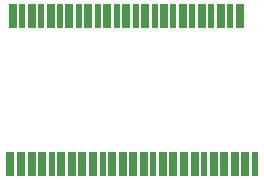
<source format=gbr>
%TF.GenerationSoftware,KiCad,Pcbnew,7.0.2*%
%TF.CreationDate,2023-10-04T18:59:29-06:00*%
%TF.ProjectId,micro-d-tes-aaray,6d696372-6f2d-4642-9d74-65732d616172,rev?*%
%TF.SameCoordinates,Original*%
%TF.FileFunction,Paste,Top*%
%TF.FilePolarity,Positive*%
%FSLAX46Y46*%
G04 Gerber Fmt 4.6, Leading zero omitted, Abs format (unit mm)*
G04 Created by KiCad (PCBNEW 7.0.2) date 2023-10-04 18:59:29*
%MOMM*%
%LPD*%
G01*
G04 APERTURE LIST*
%ADD10R,0.500000X2.000000*%
%ADD11R,0.700000X2.000000*%
G04 APERTURE END LIST*
D10*
%TO.C,J17*%
X21100000Y-25500000D03*
%TD*%
D11*
%TO.C,J5*%
X20300000Y-25500000D03*
%TD*%
%TO.C,D11*%
X24500000Y-38000000D03*
%TD*%
D10*
%TO.C,D8*%
X19400000Y-38000000D03*
%TD*%
D11*
%TO.C,D22*%
X22000000Y-38000000D03*
%TD*%
%TO.C,D14*%
X8200000Y-38000000D03*
%TD*%
%TO.C,D6*%
X15900000Y-38000000D03*
%TD*%
%TO.C,J7*%
X17100000Y-25500000D03*
%TD*%
%TO.C,J11*%
X10700000Y-25500000D03*
%TD*%
D10*
%TO.C,J21*%
X14700000Y-25500000D03*
%TD*%
D11*
%TO.C,D16*%
X11600000Y-38000000D03*
%TD*%
D10*
%TO.C,J20*%
X16300000Y-25500000D03*
%TD*%
D11*
%TO.C,J3*%
X23500000Y-25500000D03*
%TD*%
%TO.C,J9*%
X13900000Y-25500000D03*
%TD*%
D10*
%TO.C,J15*%
X24300000Y-25500000D03*
%TD*%
D11*
%TO.C,J13*%
X7500000Y-25500000D03*
%TD*%
D10*
%TO.C,J25*%
X8300000Y-25500000D03*
%TD*%
D11*
%TO.C,D5*%
X14300000Y-38000000D03*
%TD*%
%TO.C,D9*%
X21100000Y-38000000D03*
%TD*%
%TO.C,D4*%
X12500000Y-38000000D03*
%TD*%
%TO.C,D17*%
X13400000Y-38000000D03*
%TD*%
%TO.C,D7*%
X17700000Y-38000000D03*
%TD*%
%TO.C,D19*%
X16800000Y-38000000D03*
%TD*%
D10*
%TO.C,D3*%
X10800000Y-38000000D03*
%TD*%
D11*
%TO.C,D20*%
X18600000Y-38000000D03*
%TD*%
%TO.C,D21*%
X20200000Y-38000000D03*
%TD*%
%TO.C,D12*%
X26300000Y-38000000D03*
%TD*%
%TO.C,J4*%
X21900000Y-25500000D03*
%TD*%
%TO.C,D2*%
X9100000Y-38000000D03*
%TD*%
%TO.C,J1*%
X26700000Y-25500000D03*
%TD*%
D10*
%TO.C,J16*%
X22700000Y-25500000D03*
%TD*%
%TO.C,J14*%
X25900000Y-25500000D03*
%TD*%
D11*
%TO.C,D10*%
X22900000Y-38000000D03*
%TD*%
D10*
%TO.C,J18*%
X19500000Y-25500000D03*
%TD*%
%TO.C,J23*%
X11500000Y-25500000D03*
%TD*%
%TO.C,J24*%
X9900000Y-25500000D03*
%TD*%
%TO.C,J19*%
X17900000Y-25500000D03*
%TD*%
D11*
%TO.C,D25*%
X27200000Y-38000000D03*
%TD*%
%TO.C,J12*%
X9100000Y-25500000D03*
%TD*%
D10*
%TO.C,D23*%
X23700000Y-38000000D03*
%TD*%
%TO.C,D13*%
X28000000Y-38000000D03*
%TD*%
%TO.C,J22*%
X13100000Y-25500000D03*
%TD*%
D11*
%TO.C,D1*%
X7300000Y-38000000D03*
%TD*%
%TO.C,J8*%
X15500000Y-25500000D03*
%TD*%
%TO.C,J10*%
X12300000Y-25500000D03*
%TD*%
%TO.C,J6*%
X18700000Y-25500000D03*
%TD*%
%TO.C,D24*%
X25400000Y-38000000D03*
%TD*%
D10*
%TO.C,D18*%
X15100000Y-38000000D03*
%TD*%
D11*
%TO.C,D15*%
X10000000Y-38000000D03*
%TD*%
%TO.C,J2*%
X25100000Y-25500000D03*
%TD*%
M02*

</source>
